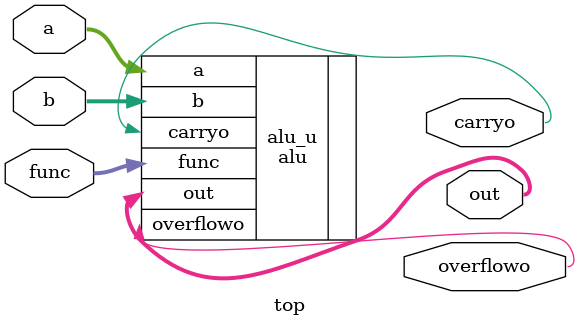
<source format=v>
module top(
	input [3:0]			a		,
	input [3:0]			b		,
	input [2:0]				func	,

	output reg [3:0]	out		,
	output					overflowo,
	output					carryo	

);
	alu #(4) alu_u(
			.a			(a			),
			.b			(b			),
			.func		(func		),

			.out		(out		),
			.overflowo	(overflowo	),
			.carryo		(carryo		)	
);




endmodule

</source>
